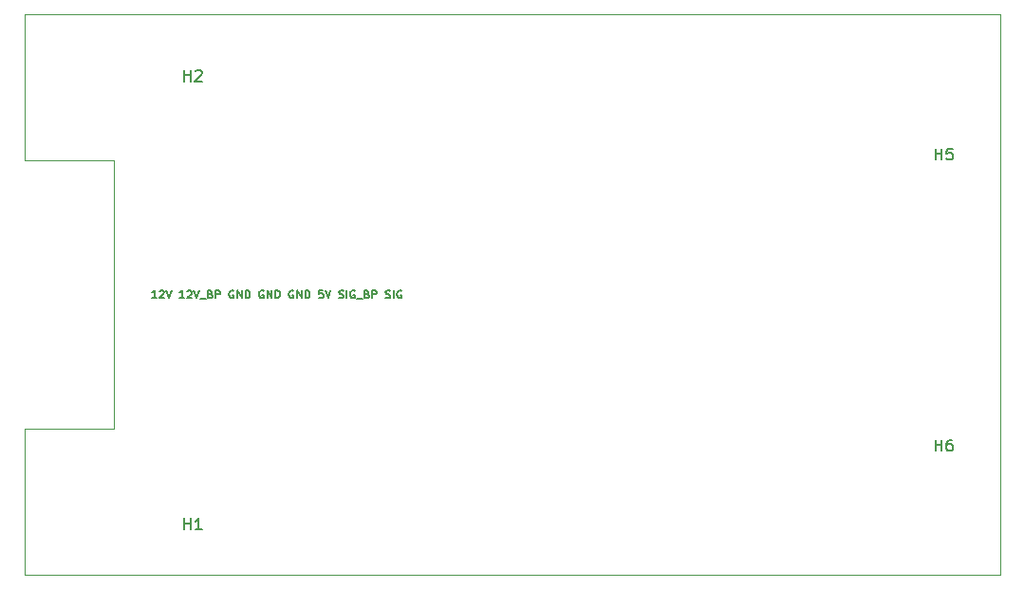
<source format=gbr>
G04 #@! TF.GenerationSoftware,KiCad,Pcbnew,(5.0.0-rc2-60-gbfa89039c)*
G04 #@! TF.CreationDate,2019-08-02T13:23:08+03:00*
G04 #@! TF.ProjectId,ModelPCB,4D6F64656C5043422E6B696361645F70,rev?*
G04 #@! TF.SameCoordinates,Original*
G04 #@! TF.FileFunction,Legend,Top*
G04 #@! TF.FilePolarity,Positive*
%FSLAX46Y46*%
G04 Gerber Fmt 4.6, Leading zero omitted, Abs format (unit mm)*
G04 Created by KiCad (PCBNEW (5.0.0-rc2-60-gbfa89039c)) date 08/02/19 13:23:08*
%MOMM*%
%LPD*%
G01*
G04 APERTURE LIST*
%ADD10C,0.150000*%
%ADD11C,0.050000*%
G04 APERTURE END LIST*
D10*
X166066666Y-89216666D02*
X165666666Y-89216666D01*
X165866666Y-89216666D02*
X165866666Y-88516666D01*
X165800000Y-88616666D01*
X165733333Y-88683333D01*
X165666666Y-88716666D01*
X166333333Y-88583333D02*
X166366666Y-88550000D01*
X166433333Y-88516666D01*
X166600000Y-88516666D01*
X166666666Y-88550000D01*
X166700000Y-88583333D01*
X166733333Y-88650000D01*
X166733333Y-88716666D01*
X166700000Y-88816666D01*
X166300000Y-89216666D01*
X166733333Y-89216666D01*
X166933333Y-88516666D02*
X167166666Y-89216666D01*
X167400000Y-88516666D01*
X168533333Y-89216666D02*
X168133333Y-89216666D01*
X168333333Y-89216666D02*
X168333333Y-88516666D01*
X168266666Y-88616666D01*
X168200000Y-88683333D01*
X168133333Y-88716666D01*
X168800000Y-88583333D02*
X168833333Y-88550000D01*
X168900000Y-88516666D01*
X169066666Y-88516666D01*
X169133333Y-88550000D01*
X169166666Y-88583333D01*
X169200000Y-88650000D01*
X169200000Y-88716666D01*
X169166666Y-88816666D01*
X168766666Y-89216666D01*
X169200000Y-89216666D01*
X169400000Y-88516666D02*
X169633333Y-89216666D01*
X169866666Y-88516666D01*
X169933333Y-89283333D02*
X170466666Y-89283333D01*
X170866666Y-88850000D02*
X170966666Y-88883333D01*
X171000000Y-88916666D01*
X171033333Y-88983333D01*
X171033333Y-89083333D01*
X171000000Y-89150000D01*
X170966666Y-89183333D01*
X170900000Y-89216666D01*
X170633333Y-89216666D01*
X170633333Y-88516666D01*
X170866666Y-88516666D01*
X170933333Y-88550000D01*
X170966666Y-88583333D01*
X171000000Y-88650000D01*
X171000000Y-88716666D01*
X170966666Y-88783333D01*
X170933333Y-88816666D01*
X170866666Y-88850000D01*
X170633333Y-88850000D01*
X171333333Y-89216666D02*
X171333333Y-88516666D01*
X171600000Y-88516666D01*
X171666666Y-88550000D01*
X171700000Y-88583333D01*
X171733333Y-88650000D01*
X171733333Y-88750000D01*
X171700000Y-88816666D01*
X171666666Y-88850000D01*
X171600000Y-88883333D01*
X171333333Y-88883333D01*
X172933333Y-88550000D02*
X172866666Y-88516666D01*
X172766666Y-88516666D01*
X172666666Y-88550000D01*
X172600000Y-88616666D01*
X172566666Y-88683333D01*
X172533333Y-88816666D01*
X172533333Y-88916666D01*
X172566666Y-89050000D01*
X172600000Y-89116666D01*
X172666666Y-89183333D01*
X172766666Y-89216666D01*
X172833333Y-89216666D01*
X172933333Y-89183333D01*
X172966666Y-89150000D01*
X172966666Y-88916666D01*
X172833333Y-88916666D01*
X173266666Y-89216666D02*
X173266666Y-88516666D01*
X173666666Y-89216666D01*
X173666666Y-88516666D01*
X174000000Y-89216666D02*
X174000000Y-88516666D01*
X174166666Y-88516666D01*
X174266666Y-88550000D01*
X174333333Y-88616666D01*
X174366666Y-88683333D01*
X174400000Y-88816666D01*
X174400000Y-88916666D01*
X174366666Y-89050000D01*
X174333333Y-89116666D01*
X174266666Y-89183333D01*
X174166666Y-89216666D01*
X174000000Y-89216666D01*
X175600000Y-88550000D02*
X175533333Y-88516666D01*
X175433333Y-88516666D01*
X175333333Y-88550000D01*
X175266666Y-88616666D01*
X175233333Y-88683333D01*
X175200000Y-88816666D01*
X175200000Y-88916666D01*
X175233333Y-89050000D01*
X175266666Y-89116666D01*
X175333333Y-89183333D01*
X175433333Y-89216666D01*
X175500000Y-89216666D01*
X175600000Y-89183333D01*
X175633333Y-89150000D01*
X175633333Y-88916666D01*
X175500000Y-88916666D01*
X175933333Y-89216666D02*
X175933333Y-88516666D01*
X176333333Y-89216666D01*
X176333333Y-88516666D01*
X176666666Y-89216666D02*
X176666666Y-88516666D01*
X176833333Y-88516666D01*
X176933333Y-88550000D01*
X177000000Y-88616666D01*
X177033333Y-88683333D01*
X177066666Y-88816666D01*
X177066666Y-88916666D01*
X177033333Y-89050000D01*
X177000000Y-89116666D01*
X176933333Y-89183333D01*
X176833333Y-89216666D01*
X176666666Y-89216666D01*
X178266666Y-88550000D02*
X178200000Y-88516666D01*
X178100000Y-88516666D01*
X178000000Y-88550000D01*
X177933333Y-88616666D01*
X177900000Y-88683333D01*
X177866666Y-88816666D01*
X177866666Y-88916666D01*
X177900000Y-89050000D01*
X177933333Y-89116666D01*
X178000000Y-89183333D01*
X178100000Y-89216666D01*
X178166666Y-89216666D01*
X178266666Y-89183333D01*
X178300000Y-89150000D01*
X178300000Y-88916666D01*
X178166666Y-88916666D01*
X178600000Y-89216666D02*
X178600000Y-88516666D01*
X179000000Y-89216666D01*
X179000000Y-88516666D01*
X179333333Y-89216666D02*
X179333333Y-88516666D01*
X179500000Y-88516666D01*
X179600000Y-88550000D01*
X179666666Y-88616666D01*
X179700000Y-88683333D01*
X179733333Y-88816666D01*
X179733333Y-88916666D01*
X179700000Y-89050000D01*
X179666666Y-89116666D01*
X179600000Y-89183333D01*
X179500000Y-89216666D01*
X179333333Y-89216666D01*
X180900000Y-88516666D02*
X180566666Y-88516666D01*
X180533333Y-88850000D01*
X180566666Y-88816666D01*
X180633333Y-88783333D01*
X180800000Y-88783333D01*
X180866666Y-88816666D01*
X180900000Y-88850000D01*
X180933333Y-88916666D01*
X180933333Y-89083333D01*
X180900000Y-89150000D01*
X180866666Y-89183333D01*
X180800000Y-89216666D01*
X180633333Y-89216666D01*
X180566666Y-89183333D01*
X180533333Y-89150000D01*
X181133333Y-88516666D02*
X181366666Y-89216666D01*
X181600000Y-88516666D01*
X182333333Y-89183333D02*
X182433333Y-89216666D01*
X182600000Y-89216666D01*
X182666666Y-89183333D01*
X182700000Y-89150000D01*
X182733333Y-89083333D01*
X182733333Y-89016666D01*
X182700000Y-88950000D01*
X182666666Y-88916666D01*
X182600000Y-88883333D01*
X182466666Y-88850000D01*
X182400000Y-88816666D01*
X182366666Y-88783333D01*
X182333333Y-88716666D01*
X182333333Y-88650000D01*
X182366666Y-88583333D01*
X182400000Y-88550000D01*
X182466666Y-88516666D01*
X182633333Y-88516666D01*
X182733333Y-88550000D01*
X183033333Y-89216666D02*
X183033333Y-88516666D01*
X183733333Y-88550000D02*
X183666666Y-88516666D01*
X183566666Y-88516666D01*
X183466666Y-88550000D01*
X183400000Y-88616666D01*
X183366666Y-88683333D01*
X183333333Y-88816666D01*
X183333333Y-88916666D01*
X183366666Y-89050000D01*
X183400000Y-89116666D01*
X183466666Y-89183333D01*
X183566666Y-89216666D01*
X183633333Y-89216666D01*
X183733333Y-89183333D01*
X183766666Y-89150000D01*
X183766666Y-88916666D01*
X183633333Y-88916666D01*
X183900000Y-89283333D02*
X184433333Y-89283333D01*
X184833333Y-88850000D02*
X184933333Y-88883333D01*
X184966666Y-88916666D01*
X185000000Y-88983333D01*
X185000000Y-89083333D01*
X184966666Y-89150000D01*
X184933333Y-89183333D01*
X184866666Y-89216666D01*
X184600000Y-89216666D01*
X184600000Y-88516666D01*
X184833333Y-88516666D01*
X184900000Y-88550000D01*
X184933333Y-88583333D01*
X184966666Y-88650000D01*
X184966666Y-88716666D01*
X184933333Y-88783333D01*
X184900000Y-88816666D01*
X184833333Y-88850000D01*
X184600000Y-88850000D01*
X185300000Y-89216666D02*
X185300000Y-88516666D01*
X185566666Y-88516666D01*
X185633333Y-88550000D01*
X185666666Y-88583333D01*
X185700000Y-88650000D01*
X185700000Y-88750000D01*
X185666666Y-88816666D01*
X185633333Y-88850000D01*
X185566666Y-88883333D01*
X185300000Y-88883333D01*
X186500000Y-89183333D02*
X186600000Y-89216666D01*
X186766666Y-89216666D01*
X186833333Y-89183333D01*
X186866666Y-89150000D01*
X186900000Y-89083333D01*
X186900000Y-89016666D01*
X186866666Y-88950000D01*
X186833333Y-88916666D01*
X186766666Y-88883333D01*
X186633333Y-88850000D01*
X186566666Y-88816666D01*
X186533333Y-88783333D01*
X186500000Y-88716666D01*
X186500000Y-88650000D01*
X186533333Y-88583333D01*
X186566666Y-88550000D01*
X186633333Y-88516666D01*
X186800000Y-88516666D01*
X186900000Y-88550000D01*
X187200000Y-89216666D02*
X187200000Y-88516666D01*
X187900000Y-88550000D02*
X187833333Y-88516666D01*
X187733333Y-88516666D01*
X187633333Y-88550000D01*
X187566666Y-88616666D01*
X187533333Y-88683333D01*
X187500000Y-88816666D01*
X187500000Y-88916666D01*
X187533333Y-89050000D01*
X187566666Y-89116666D01*
X187633333Y-89183333D01*
X187733333Y-89216666D01*
X187800000Y-89216666D01*
X187900000Y-89183333D01*
X187933333Y-89150000D01*
X187933333Y-88916666D01*
X187800000Y-88916666D01*
D11*
X154300000Y-63900000D02*
X241300000Y-63900000D01*
X154300000Y-113900000D02*
X154300000Y-100900000D01*
X154300000Y-76900000D02*
X154300000Y-63900000D01*
X162300000Y-76900000D02*
X154300000Y-76900000D01*
X241300000Y-113900000D02*
X154300000Y-113900000D01*
X162300000Y-100900000D02*
X162300000Y-76900000D01*
X154300000Y-100900000D02*
X162300000Y-100900000D01*
X241300000Y-113900000D02*
X241300000Y-63900000D01*
G04 #@! TO.C,H2*
D10*
X168538095Y-69852380D02*
X168538095Y-68852380D01*
X168538095Y-69328571D02*
X169109523Y-69328571D01*
X169109523Y-69852380D02*
X169109523Y-68852380D01*
X169538095Y-68947619D02*
X169585714Y-68900000D01*
X169680952Y-68852380D01*
X169919047Y-68852380D01*
X170014285Y-68900000D01*
X170061904Y-68947619D01*
X170109523Y-69042857D01*
X170109523Y-69138095D01*
X170061904Y-69280952D01*
X169490476Y-69852380D01*
X170109523Y-69852380D01*
G04 #@! TO.C,H6*
X235538095Y-102852380D02*
X235538095Y-101852380D01*
X235538095Y-102328571D02*
X236109523Y-102328571D01*
X236109523Y-102852380D02*
X236109523Y-101852380D01*
X237014285Y-101852380D02*
X236823809Y-101852380D01*
X236728571Y-101900000D01*
X236680952Y-101947619D01*
X236585714Y-102090476D01*
X236538095Y-102280952D01*
X236538095Y-102661904D01*
X236585714Y-102757142D01*
X236633333Y-102804761D01*
X236728571Y-102852380D01*
X236919047Y-102852380D01*
X237014285Y-102804761D01*
X237061904Y-102757142D01*
X237109523Y-102661904D01*
X237109523Y-102423809D01*
X237061904Y-102328571D01*
X237014285Y-102280952D01*
X236919047Y-102233333D01*
X236728571Y-102233333D01*
X236633333Y-102280952D01*
X236585714Y-102328571D01*
X236538095Y-102423809D01*
G04 #@! TO.C,H5*
X235538095Y-76852380D02*
X235538095Y-75852380D01*
X235538095Y-76328571D02*
X236109523Y-76328571D01*
X236109523Y-76852380D02*
X236109523Y-75852380D01*
X237061904Y-75852380D02*
X236585714Y-75852380D01*
X236538095Y-76328571D01*
X236585714Y-76280952D01*
X236680952Y-76233333D01*
X236919047Y-76233333D01*
X237014285Y-76280952D01*
X237061904Y-76328571D01*
X237109523Y-76423809D01*
X237109523Y-76661904D01*
X237061904Y-76757142D01*
X237014285Y-76804761D01*
X236919047Y-76852380D01*
X236680952Y-76852380D01*
X236585714Y-76804761D01*
X236538095Y-76757142D01*
G04 #@! TO.C,H1*
X168538095Y-109852380D02*
X168538095Y-108852380D01*
X168538095Y-109328571D02*
X169109523Y-109328571D01*
X169109523Y-109852380D02*
X169109523Y-108852380D01*
X170109523Y-109852380D02*
X169538095Y-109852380D01*
X169823809Y-109852380D02*
X169823809Y-108852380D01*
X169728571Y-108995238D01*
X169633333Y-109090476D01*
X169538095Y-109138095D01*
G04 #@! TD*
M02*

</source>
